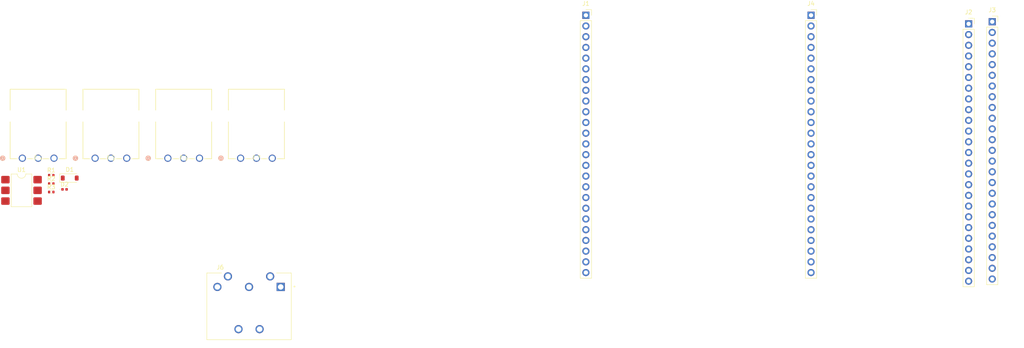
<source format=kicad_pcb>
(kicad_pcb (version 20241229) (generator "pcbnew") (generator_version "9.0")
  (layers (0 "F.Cu" signal) (2 "B.Cu" signal) (13 "F.Paste" user) (15 "B.Paste" user) (5 "F.SilkS" user "F.Silkscreen") (7 "B.SilkS" user "B.Silkscreen") (1 "F.Mask" user) (3 "B.Mask" user) (25 "Edge.Cuts" user))
  (net 0 "")
  (net 1 "PE13")
  (net 2 "PE7")
  (net 3 "GND")
  (net 4 "Net-(D1-K)")
  (net 5 "PD11")
  (net 6 "PE9")
  (net 7 "PA5")
  (net 8 "PE11")
  (net 9 "PC3")
  (net 10 "PA7")
  (net 11 "PD9")
  (net 12 "PE15")
  (net 13 "Net-(D1-A)")
  (net 14 "PB13")
  (net 15 "PD15")
  (net 16 "PD13")
  (net 17 "Net-(D2-A)")
  (net 18 "PB11")
  (net 19 "MIDI_RX")
  (net 20 "ADC1_IN15")
  (net 21 "PB15")
  (net 22 "ADC1_IN11")
  (net 73 "PC13")
  (net 74 "PA15")
  (net 75 "PH1")
  (net 76 "PB7")
  (net 77 "PA13")
  (net 78 "ADC1_IN9")
  (net 79 "PA9")
  (net 80 "+3V")
  (net 81 "PD2")
  (net 82 "PC15")
  (net 83 "+5V")
  (net 84 "PE3")
  (net 85 "PC11")
  (net 86 "PB5")
  (net 87 "PB9")
  (net 88 "PC9")
  (net 89 "PE5")
  (net 90 "PD4")
  (net 91 "PB3")
  (net 92 "PC7")
  (net 93 "PE1")
  (net 94 "PD0")
  (net 95 "VDD")
  (net 96 "ADC1_IN1")
  (net 97 "ADC1_IN3")
  (net 98 "Net-(J6-Pad4)")
  (footprint "Resistor_SMD:R_0402_1005Metric" (layer "F.Cu") (at 51.1437 82.5096)
    (property "Reference" "R3" (at 0 -1.17 0) (layer "F.SilkS"))
    (property "Value" "1200")
    (fp_line (start -0.153641 -0.38) (end 0.153641 -0.38) (stroke (width 0.12)) (layer "F.SilkS"))
    (fp_line (start -0.153641 0.38) (end 0.153641 0.38) (stroke (width 0.12)) (layer "F.SilkS"))
    (pad "1" smd roundrect (at -0.51 0) (size 0.54 0.64) (layers "F.Cu" "F.Mask" "F.Paste") (net 17 "Net-(D2-A)"))
    (pad "2" smd roundrect (at 0.51 0) (size 0.54 0.64) (layers "F.Cu" "F.Mask" "F.Paste") (net 80 "+3V"))
  )
  (footprint "LED_SMD:LED_0402_1005Metric" (layer "F.Cu") (at 54.2887 81.8796)
    (property "Reference" "D2" (at 0 -1.17 0) (layer "F.SilkS"))
    (property "Value" "RED LED")
    (fp_circle (center -1.09 0) (end -1.04 0) (stroke (width 0.1)) (fill no) (layer "F.SilkS"))
    (pad "1" smd roundrect (at -0.485 0) (size 0.59 0.64) (layers "F.Cu" "F.Mask" "F.Paste") (net 19 "MIDI_RX"))
    (pad "2" smd roundrect (at 0.485 0) (size 0.59 0.64) (layers "F.Cu" "F.Mask" "F.Paste") (net 17 "Net-(D2-A)"))
  )
  (footprint "Potentiometer_THT_BA:POT_P120PK-x25_TTE" (layer "F.Cu") (at 96 74.5)
    (property "Reference" "R7" (at 3.75 0 0) (layer "F.SilkS"))
    (property "Value" "P120PK-Y25BR10K")
    (fp_line (start -2.8794 -16.3322) (end -2.8794 -11.393768) (stroke (width 0.1524)) (layer "F.SilkS"))
    (fp_line (start -2.8794 -8.606233) (end -2.8794 0.127) (stroke (width 0.1524)) (layer "F.SilkS"))
    (fp_line (start -2.8794 0.127) (end -1.176807 0.127) (stroke (width 0.1524)) (layer "F.SilkS"))
    (fp_line (start 1.176807 0.127) (end 2.573193 0.127) (stroke (width 0.1524)) (layer "F.SilkS"))
    (fp_line (start 4.926807 0.127) (end 6.323193 0.127) (stroke (width 0.1524)) (layer "F.SilkS"))
    (fp_line (start 8.676807 0.127) (end 10.3794 0.127) (stroke (width 0.1524)) (layer "F.SilkS"))
    (fp_line (start 10.3794 -16.3322) (end -2.8794 -16.3322) (stroke (width 0.1524)) (layer "F.SilkS"))
    (fp_line (start 10.3794 -11.393768) (end 10.3794 -16.3322) (stroke (width 0.1524)) (layer "F.SilkS"))
    (fp_line (start 10.3794 0.127) (end 10.3794 -8.606233) (stroke (width 0.1524)) (layer "F.SilkS"))
    (fp_circle (center -4.6574 0) (end -4.2764 0) (stroke (width 0.508)) (fill no) (layer "F.SilkS"))
    (fp_circle (center -4.6574 0) (end -4.2764 0) (stroke (width 0.508)) (fill no) (layer "B.SilkS"))
    (pad "" np_thru_hole circle (at -1.45 -10) (size 3.3274 3.3274) (drill 3.3274) (layers "*.Cu" "*.Mask"))
    (pad "" np_thru_hole circle (at 8.95 -10) (size 3.3274 3.3274) (drill 3.3274) (layers "*.Cu" "*.Mask"))
    (pad "1" thru_hole circle (at 0 0) (size 1.7018 1.7018) (drill 1.1938) (layers "*.Cu" "*.Mask") (net 3 "GND"))
    (pad "2" thru_hole circle (at 3.75 0) (size 1.7018 1.7018) (drill 1.1938) (layers "*.Cu" "*.Mask") (net 78 "ADC1_IN9"))
    (pad "3" thru_hole circle (at 7.5 0) (size 1.7018 1.7018) (drill 1.1938) (layers "*.Cu" "*.Mask") (net 80 "+3V"))
  )
  (footprint "Package_DIP:SMDIP-6_W7.62mm" (layer "F.Cu") (at 44.0937 82.1196)
    (property "Reference" "U1" (at 0 -4.87 0) (layer "F.SilkS"))
    (property "Value" "H11L1")
    (fp_line (start -2.45 -3.87) (end -2.45 3.87) (stroke (width 0.12)) (layer "F.SilkS"))
    (fp_line (start -2.45 3.87) (end 2.45 3.87) (stroke (width 0.12)) (layer "F.SilkS"))
    (fp_line (start -1 -3.87) (end -2.45 -3.87) (stroke (width 0.12)) (layer "F.SilkS"))
    (fp_line (start 2.45 -3.87) (end 1 -3.87) (stroke (width 0.12)) (layer "F.SilkS"))
    (fp_line (start 2.45 3.87) (end 2.45 -3.87) (stroke (width 0.12)) (layer "F.SilkS"))
    (fp_arc (start 1 -3.87) (mid 0 -2.87) (end -1 -3.87) (stroke (width 0.12)) (layer "F.SilkS"))
    (pad "1" smd roundrect (at -3.81 -2.54) (size 2 1.78) (layers "F.Cu" "F.Mask" "F.Paste") (roundrect_rratio 0.140449) (net 4 "Net-(D1-K)"))
    (pad "2" smd roundrect (at -3.81 0) (size 2 1.78) (layers "F.Cu" "F.Mask" "F.Paste") (roundrect_rratio 0.140449) (net 13 "Net-(D1-A)"))
    (pad "3" smd roundrect (at -3.81 2.54) (size 2 1.78) (layers "F.Cu" "F.Mask" "F.Paste") (roundrect_rratio 0.140449))
    (pad "4" smd roundrect (at 3.81 2.54) (size 2 1.78) (layers "F.Cu" "F.Mask" "F.Paste") (roundrect_rratio 0.140449) (net 19 "MIDI_RX"))
    (pad "5" smd roundrect (at 3.81 0) (size 2 1.78) (layers "F.Cu" "F.Mask" "F.Paste") (roundrect_rratio 0.140449) (net 3 "GND"))
    (pad "6" smd roundrect (at 3.81 -2.54) (size 2 1.78) (layers "F.Cu" "F.Mask" "F.Paste") (roundrect_rratio 0.140449) (net 80 "+3V"))
  )
  (footprint "Connector_PinSocket_2.54mm:PinSocket_1x25_P2.54mm_Vertical" (layer "F.Cu") (at 268.478 42.672)
    (property "Reference" "J2" (at 0 -2.77 0) (layer "F.SilkS"))
    (property "Value" "Conn_01x25_Socket")
    (fp_line (start -1.33 1.27) (end -1.33 62.29) (stroke (width 0.12)) (layer "F.SilkS"))
    (fp_line (start -1.33 1.27) (end 1.33 1.27) (stroke (width 0.12)) (layer "F.SilkS"))
    (fp_line (start -1.33 62.29) (end 1.33 62.29) (stroke (width 0.12)) (layer "F.SilkS"))
    (fp_line (start 0 -1.33) (end 1.33 -1.33) (stroke (width 0.12)) (layer "F.SilkS"))
    (fp_line (start 1.33 -1.33) (end 1.33 0) (stroke (width 0.12)) (layer "F.SilkS"))
    (fp_line (start 1.33 1.27) (end 1.33 62.29) (stroke (width 0.12)) (layer "F.SilkS"))
    (pad "1" thru_hole rect (at 0 0) (size 1.7 1.7) (drill 1) (layers "*.Cu" "*.Mask"))
    (pad "2" thru_hole circle (at 0 2.54) (size 1.7 1.7) (drill 1) (layers "*.Cu" "*.Mask"))
    (pad "3" thru_hole circle (at 0 5.08) (size 1.7 1.7) (drill 1) (layers "*.Cu" "*.Mask"))
    (pad "4" thru_hole circle (at 0 7.62) (size 1.7 1.7) (drill 1) (layers "*.Cu" "*.Mask"))
    (pad "5" thru_hole circle (at 0 10.16) (size 1.7 1.7) (drill 1) (layers "*.Cu" "*.Mask"))
    (pad "6" thru_hole circle (at 0 12.7) (size 1.7 1.7) (drill 1) (layers "*.Cu" "*.Mask"))
    (pad "7" thru_hole circle (at 0 15.24) (size 1.7 1.7) (drill 1) (layers "*.Cu" "*.Mask"))
    (pad "8" thru_hole circle (at 0 17.78) (size 1.7 1.7) (drill 1) (layers "*.Cu" "*.Mask"))
    (pad "9" thru_hole circle (at 0 20.32) (size 1.7 1.7) (drill 1) (layers "*.Cu" "*.Mask"))
    (pad "10" thru_hole circle (at 0 22.86) (size 1.7 1.7) (drill 1) (layers "*.Cu" "*.Mask"))
    (pad "11" thru_hole circle (at 0 25.4) (size 1.7 1.7) (drill 1) (layers "*.Cu" "*.Mask"))
    (pad "12" thru_hole circle (at 0 27.94) (size 1.7 1.7) (drill 1) (layers "*.Cu" "*.Mask"))
    (pad "13" thru_hole circle (at 0 30.48) (size 1.7 1.7) (drill 1) (layers "*.Cu" "*.Mask"))
    (pad "14" thru_hole circle (at 0 33.02) (size 1.7 1.7) (drill 1) (layers "*.Cu" "*.Mask"))
    (pad "15" thru_hole circle (at 0 35.56) (size 1.7 1.7) (drill 1) (layers "*.Cu" "*.Mask"))
    (pad "16" thru_hole circle (at 0 38.1) (size 1.7 1.7) (drill 1) (layers "*.Cu" "*.Mask"))
    (pad "17" thru_hole circle (at 0 40.64) (size 1.7 1.7) (drill 1) (layers "*.Cu" "*.Mask"))
    (pad "18" thru_hole circle (at 0 43.18) (size 1.7 1.7) (drill 1) (layers "*.Cu" "*.Mask"))
    (pad "19" thru_hole circle (at 0 45.72) (size 1.7 1.7) (drill 1) (layers "*.Cu" "*.Mask"))
    (pad "20" thru_hole circle (at 0 48.26) (size 1.7 1.7) (drill 1) (layers "*.Cu" "*.Mask"))
    (pad "21" thru_hole circle (at 0 50.8) (size 1.7 1.7) (drill 1) (layers "*.Cu" "*.Mask"))
    (pad "22" thru_hole circle (at 0 53.34) (size 1.7 1.7) (drill 1) (layers "*.Cu" "*.Mask"))
    (pad "23" thru_hole circle (at 0 55.88) (size 1.7 1.7) (drill 1) (layers "*.Cu" "*.Mask"))
    (pad "24" thru_hole circle (at 0 58.42) (size 1.7 1.7) (drill 1) (layers "*.Cu" "*.Mask"))
    (pad "25" thru_hole circle (at 0 60.96) (size 1.7 1.7) (drill 1) (layers "*.Cu" "*.Mask"))
  )
  (footprint "Resistor_SMD:R_0402_1005Metric" (layer "F.Cu") (at 51.1437 78.5296)
    (property "Reference" "R1" (at 0 -1.17 0) (layer "F.SilkS"))
    (property "Value" "220")
    (fp_line (start -0.153641 -0.38) (end 0.153641 -0.38) (stroke (width 0.12)) (layer "F.SilkS"))
    (fp_line (start -0.153641 0.38) (end 0.153641 0.38) (stroke (width 0.12)) (layer "F.SilkS"))
    (pad "1" smd roundrect (at -0.51 0) (size 0.54 0.64) (layers "F.Cu" "F.Mask" "F.Paste") (net 98 "Net-(J6-Pad4)"))
    (pad "2" smd roundrect (at 0.51 0) (size 0.54 0.64) (layers "F.Cu" "F.Mask" "F.Paste") (net 4 "Net-(D1-K)"))
  )
  (footprint "Potentiometer_THT_BA:POT_P120PK-x25_TTE" (layer "F.Cu") (at 44.2911 74.5)
    (property "Reference" "R4" (at 3.75 0 0) (layer "F.SilkS"))
    (property "Value" "P120PK-Y25BR10K")
    (fp_line (start -2.8794 -16.3322) (end -2.8794 -11.393768) (stroke (width 0.1524)) (layer "F.SilkS"))
    (fp_line (start -2.8794 -8.606233) (end -2.8794 0.127) (stroke (width 0.1524)) (layer "F.SilkS"))
    (fp_line (start -2.8794 0.127) (end -1.176807 0.127) (stroke (width 0.1524)) (layer "F.SilkS"))
    (fp_line (start 1.176807 0.127) (end 2.573193 0.127) (stroke (width 0.1524)) (layer "F.SilkS"))
    (fp_line (start 4.926807 0.127) (end 6.323193 0.127) (stroke (width 0.1524)) (layer "F.SilkS"))
    (fp_line (start 8.676807 0.127) (end 10.3794 0.127) (stroke (width 0.1524)) (layer "F.SilkS"))
    (fp_line (start 10.3794 -16.3322) (end -2.8794 -16.3322) (stroke (width 0.1524)) (layer "F.SilkS"))
    (fp_line (start 10.3794 -11.393768) (end 10.3794 -16.3322) (stroke (width 0.1524)) (layer "F.SilkS"))
    (fp_line (start 10.3794 0.127) (end 10.3794 -8.606233) (stroke (width 0.1524)) (layer "F.SilkS"))
    (fp_circle (center -4.6574 0) (end -4.2764 0) (stroke (width 0.508)) (fill no) (layer "F.SilkS"))
    (fp_circle (center -4.6574 0) (end -4.2764 0) (stroke (width 0.508)) (fill no) (layer "B.SilkS"))
    (pad "" np_thru_hole circle (at -1.45 -10) (size 3.3274 3.3274) (drill 3.3274) (layers "*.Cu" "*.Mask"))
    (pad "" np_thru_hole circle (at 8.95 -10) (size 3.3274 3.3274) (drill 3.3274) (layers "*.Cu" "*.Mask"))
    (pad "1" thru_hole circle (at 0 0) (size 1.7018 1.7018) (drill 1.1938) (layers "*.Cu" "*.Mask") (net 3 "GND"))
    (pad "2" thru_hole circle (at 3.75 0) (size 1.7018 1.7018) (drill 1.1938) (layers "*.Cu" "*.Mask") (net 22 "ADC1_IN11"))
    (pad "3" thru_hole circle (at 7.5 0) (size 1.7018 1.7018) (drill 1.1938) (layers "*.Cu" "*.Mask") (net 80 "+3V"))
  )
  (footprint "Potentiometer_THT_BA:POT_P120PK-x25_TTE" (layer "F.Cu") (at 78.7637 74.5)
    (property "Reference" "R6" (at 3.75 0 0) (layer "F.SilkS"))
    (property "Value" "P120PK-Y25BR10K")
    (fp_line (start -2.8794 -16.3322) (end -2.8794 -11.393768) (stroke (width 0.1524)) (layer "F.SilkS"))
    (fp_line (start -2.8794 -8.606233) (end -2.8794 0.127) (stroke (width 0.1524)) (layer "F.SilkS"))
    (fp_line (start -2.8794 0.127) (end -1.176807 0.127) (stroke (width 0.1524)) (layer "F.SilkS"))
    (fp_line (start 1.176807 0.127) (end 2.573193 0.127) (stroke (width 0.1524)) (layer "F.SilkS"))
    (fp_line (start 4.926807 0.127) (end 6.323193 0.127) (stroke (width 0.1524)) (layer "F.SilkS"))
    (fp_line (start 8.676807 0.127) (end 10.3794 0.127) (stroke (width 0.1524)) (layer "F.SilkS"))
    (fp_line (start 10.3794 -16.3322) (end -2.8794 -16.3322) (stroke (width 0.1524)) (layer "F.SilkS"))
    (fp_line (start 10.3794 -11.393768) (end 10.3794 -16.3322) (stroke (width 0.1524)) (layer "F.SilkS"))
    (fp_line (start 10.3794 0.127) (end 10.3794 -8.606233) (stroke (width 0.1524)) (layer "F.SilkS"))
    (fp_circle (center -4.6574 0) (end -4.2764 0) (stroke (width 0.508)) (fill no) (layer "F.SilkS"))
    (fp_circle (center -4.6574 0) (end -4.2764 0) (stroke (width 0.508)) (fill no) (layer "B.SilkS"))
    (pad "" np_thru_hole circle (at -1.45 -10) (size 3.3274 3.3274) (drill 3.3274) (layers "*.Cu" "*.Mask"))
    (pad "" np_thru_hole circle (at 8.95 -10) (size 3.3274 3.3274) (drill 3.3274) (layers "*.Cu" "*.Mask"))
    (pad "1" thru_hole circle (at 0 0) (size 1.7018 1.7018) (drill 1.1938) (layers "*.Cu" "*.Mask") (net 3 "GND"))
    (pad "2" thru_hole circle (at 3.75 0) (size 1.7018 1.7018) (drill 1.1938) (layers "*.Cu" "*.Mask") (net 97 "ADC1_IN3"))
    (pad "3" thru_hole circle (at 7.5 0) (size 1.7018 1.7018) (drill 1.1938) (layers "*.Cu" "*.Mask") (net 80 "+3V"))
  )
  (footprint "Resistor_SMD:R_0402_1005Metric" (layer "F.Cu") (at 51.1437 80.5196)
    (property "Reference" "R2" (at 0 -1.17 0) (layer "F.SilkS"))
    (property "Value" "470")
    (fp_line (start -0.153641 -0.38) (end 0.153641 -0.38) (stroke (width 0.12)) (layer "F.SilkS"))
    (fp_line (start -0.153641 0.38) (end 0.153641 0.38) (stroke (width 0.12)) (layer "F.SilkS"))
    (pad "1" smd roundrect (at -0.51 0) (size 0.54 0.64) (layers "F.Cu" "F.Mask" "F.Paste") (net 19 "MIDI_RX"))
    (pad "2" smd roundrect (at 0.51 0) (size 0.54 0.64) (layers "F.Cu" "F.Mask" "F.Paste") (net 80 "+3V"))
  )
  (footprint "Diode_SMD:D_SOD-123" (layer "F.Cu") (at 55.5187 79.2096)
    (property "Reference" "D1" (at 0 -2 0) (layer "F.SilkS"))
    (property "Value" "1N4148W")
    (fp_line (start -2.36 -1) (end -2.36 1) (stroke (width 0.12)) (layer "F.SilkS"))
    (fp_line (start -2.36 -1) (end 1.65 -1) (stroke (width 0.12)) (layer "F.SilkS"))
    (fp_line (start -2.36 1) (end 1.65 1) (stroke (width 0.12)) (layer "F.SilkS"))
    (pad "1" smd roundrect (at -1.65 0) (size 0.9 1.2) (layers "F.Cu" "F.Mask" "F.Paste") (net 4 "Net-(D1-K)"))
    (pad "2" smd roundrect (at 1.65 0) (size 0.9 1.2) (layers "F.Cu" "F.Mask" "F.Paste") (net 13 "Net-(D1-A)"))
  )
  (footprint "Connector_PinSocket_2.54mm:PinSocket_1x25_P2.54mm_Vertical" (layer "F.Cu") (at 231.14 40.64)
    (property "Reference" "J4" (at 0 -2.77 0) (layer "F.SilkS"))
    (property "Value" "Conn_01x25_Socket")
    (fp_line (start -1.33 1.27) (end -1.33 62.29) (stroke (width 0.12)) (layer "F.SilkS"))
    (fp_line (start -1.33 1.27) (end 1.33 1.27) (stroke (width 0.12)) (layer "F.SilkS"))
    (fp_line (start -1.33 62.29) (end 1.33 62.29) (stroke (width 0.12)) (layer "F.SilkS"))
    (fp_line (start 0 -1.33) (end 1.33 -1.33) (stroke (width 0.12)) (layer "F.SilkS"))
    (fp_line (start 1.33 -1.33) (end 1.33 0) (stroke (width 0.12)) (layer "F.SilkS"))
    (fp_line (start 1.33 1.27) (end 1.33 62.29) (stroke (width 0.12)) (layer "F.SilkS"))
    (pad "1" thru_hole rect (at 0 0) (size 1.7 1.7) (drill 1) (layers "*.Cu" "*.Mask") (net 3 "GND"))
    (pad "2" thru_hole circle (at 0 2.54) (size 1.7 1.7) (drill 1) (layers "*.Cu" "*.Mask") (net 83 "+5V"))
    (pad "3" thru_hole circle (at 0 5.08) (size 1.7 1.7) (drill 1) (layers "*.Cu" "*.Mask") (net 80 "+3V"))
    (pad "4" thru_hole circle (at 0 7.62) (size 1.7 1.7) (drill 1) (layers "*.Cu" "*.Mask") (net 75 "PH1"))
    (pad "5" thru_hole circle (at 0 10.16) (size 1.7 1.7) (drill 1) (layers "*.Cu" "*.Mask") (net 82 "PC15"))
    (pad "6" thru_hole circle (at 0 12.7) (size 1.7 1.7) (drill 1) (layers "*.Cu" "*.Mask") (net 73 "PC13"))
    (pad "7" thru_hole circle (at 0 15.24) (size 1.7 1.7) (drill 1) (layers "*.Cu" "*.Mask") (net 89 "PE5"))
    (pad "8" thru_hole circle (at 0 17.78) (size 1.7 1.7) (drill 1) (layers "*.Cu" "*.Mask") (net 84 "PE3"))
    (pad "9" thru_hole circle (at 0 20.32) (size 1.7 1.7) (drill 1) (layers "*.Cu" "*.Mask") (net 93 "PE1"))
    (pad "10" thru_hole circle (at 0 22.86) (size 1.7 1.7) (drill 1) (layers "*.Cu" "*.Mask") (net 87 "PB9"))
    (pad "11" thru_hole circle (at 0 25.4) (size 1.7 1.7) (drill 1) (layers "*.Cu" "*.Mask") (net 95 "VDD"))
    (pad "12" thru_hole circle (at 0 27.94) (size 1.7 1.7) (drill 1) (layers "*.Cu" "*.Mask") (net 76 "PB7"))
    (pad "13" thru_hole circle (at 0 30.48) (size 1.7 1.7) (drill 1) (layers "*.Cu" "*.Mask") (net 86 "PB5"))
    (pad "14" thru_hole circle (at 0 33.02) (size 1.7 1.7) (drill 1) (layers "*.Cu" "*.Mask") (net 91 "PB3"))
    (pad "15" thru_hole circle (at 0 35.56) (size 1.7 1.7) (drill 1) (layers "*.Cu" "*.Mask") (net 19 "MIDI_RX"))
    (pad "16" thru_hole circle (at 0 38.1) (size 1.7 1.7) (drill 1) (layers "*.Cu" "*.Mask") (net 90 "PD4"))
    (pad "17" thru_hole circle (at 0 40.64) (size 1.7 1.7) (drill 1) (layers "*.Cu" "*.Mask") (net 81 "PD2"))
    (pad "18" thru_hole circle (at 0 43.18) (size 1.7 1.7) (drill 1) (layers "*.Cu" "*.Mask") (net 94 "PD0"))
    (pad "19" thru_hole circle (at 0 45.72) (size 1.7 1.7) (drill 1) (layers "*.Cu" "*.Mask") (net 85 "PC11"))
    (pad "20" thru_hole circle (at 0 48.26) (size 1.7 1.7) (drill 1) (layers "*.Cu" "*.Mask") (net 74 "PA15"))
    (pad "21" thru_hole circle (at 0 50.8) (size 1.7 1.7) (drill 1) (layers "*.Cu" "*.Mask") (net 77 "PA13"))
    (pad "22" thru_hole circle (at 0 53.34) (size 1.7 1.7) (drill 1) (layers "*.Cu" "*.Mask") (net 79 "PA9"))
    (pad "23" thru_hole circle (at 0 55.88) (size 1.7 1.7) (drill 1) (layers "*.Cu" "*.Mask") (net 88 "PC9"))
    (pad "24" thru_hole circle (at 0 58.42) (size 1.7 1.7) (drill 1) (layers "*.Cu" "*.Mask") (net 92 "PC7"))
    (pad "25" thru_hole circle (at 0 60.96) (size 1.7 1.7) (drill 1) (layers "*.Cu" "*.Mask") (net 3 "GND"))
  )
  (footprint "Connector_PinSocket_2.54mm:PinSocket_1x25_P2.54mm_Vertical" (layer "F.Cu") (at 177.8 40.64)
    (property "Reference" "J1" (at 0 -2.77 0) (layer "F.SilkS"))
    (property "Value" "Conn_01x25_Socket")
    (fp_line (start -1.33 1.27) (end -1.33 62.29) (stroke (width 0.12)) (layer "F.SilkS"))
    (fp_line (start -1.33 1.27) (end 1.33 1.27) (stroke (width 0.12)) (layer "F.SilkS"))
    (fp_line (start -1.33 62.29) (end 1.33 62.29) (stroke (width 0.12)) (layer "F.SilkS"))
    (fp_line (start 0 -1.33) (end 1.33 -1.33) (stroke (width 0.12)) (layer "F.SilkS"))
    (fp_line (start 1.33 -1.33) (end 1.33 0) (stroke (width 0.12)) (layer "F.SilkS"))
    (fp_line (start 1.33 1.27) (end 1.33 62.29) (stroke (width 0.12)) (layer "F.SilkS"))
    (pad "1" thru_hole rect (at 0 0) (size 1.7 1.7) (drill 1) (layers "*.Cu" "*.Mask") (net 3 "GND"))
    (pad "2" thru_hole circle (at 0 2.54) (size 1.7 1.7) (drill 1) (layers "*.Cu" "*.Mask") (net 95 "VDD"))
    (pad "3" thru_hole circle (at 0 5.08) (size 1.7 1.7) (drill 1) (layers "*.Cu" "*.Mask") (net 3 "GND"))
    (pad "4" thru_hole circle (at 0 7.62) (size 1.7 1.7) (drill 1) (layers "*.Cu" "*.Mask") (net 22 "ADC1_IN11"))
    (pad "5" thru_hole circle (at 0 10.16) (size 1.7 1.7) (drill 1) (layers "*.Cu" "*.Mask") (net 9 "PC3"))
    (pad "6" thru_hole circle (at 0 12.7) (size 1.7 1.7) (drill 1) (layers "*.Cu" "*.Mask") (net 96 "ADC1_IN1"))
    (pad "7" thru_hole circle (at 0 15.24) (size 1.7 1.7) (drill 1) (layers "*.Cu" "*.Mask") (net 97 "ADC1_IN3"))
    (pad "8" thru_hole circle (at 0 17.78) (size 1.7 1.7) (drill 1) (layers "*.Cu" "*.Mask") (net 7 "PA5"))
    (pad "9" thru_hole circle (at 0 20.32) (size 1.7 1.7) (drill 1) (layers "*.Cu" "*.Mask") (net 10 "PA7"))
    (pad "10" thru_hole circle (at 0 22.86) (size 1.7 1.7) (drill 1) (layers "*.Cu" "*.Mask") (net 20 "ADC1_IN15"))
    (pad "11" thru_hole circle (at 0 25.4) (size 1.7 1.7) (drill 1) (layers "*.Cu" "*.Mask") (net 78 "ADC1_IN9"))
    (pad "12" thru_hole circle (at 0 27.94) (size 1.7 1.7) (drill 1) (layers "*.Cu" "*.Mask") (net 3 "GND"))
    (pad "13" thru_hole circle (at 0 30.48) (size 1.7 1.7) (drill 1) (layers "*.Cu" "*.Mask") (net 2 "PE7"))
    (pad "14" thru_hole circle (at 0 33.02) (size 1.7 1.7) (drill 1) (layers "*.Cu" "*.Mask") (net 6 "PE9"))
    (pad "15" thru_hole circle (at 0 35.56) (size 1.7 1.7) (drill 1) (layers "*.Cu" "*.Mask") (net 8 "PE11"))
    (pad "16" thru_hole circle (at 0 38.1) (size 1.7 1.7) (drill 1) (layers "*.Cu" "*.Mask") (net 1 "PE13"))
    (pad "17" thru_hole circle (at 0 40.64) (size 1.7 1.7) (drill 1) (layers "*.Cu" "*.Mask") (net 12 "PE15"))
    (pad "18" thru_hole circle (at 0 43.18) (size 1.7 1.7) (drill 1) (layers "*.Cu" "*.Mask") (net 18 "PB11"))
    (pad "19" thru_hole circle (at 0 45.72) (size 1.7 1.7) (drill 1) (layers "*.Cu" "*.Mask") (net 14 "PB13"))
    (pad "20" thru_hole circle (at 0 48.26) (size 1.7 1.7) (drill 1) (layers "*.Cu" "*.Mask") (net 21 "PB15"))
    (pad "21" thru_hole circle (at 0 50.8) (size 1.7 1.7) (drill 1) (layers "*.Cu" "*.Mask") (net 11 "PD9"))
    (pad "22" thru_hole circle (at 0 53.34) (size 1.7 1.7) (drill 1) (layers "*.Cu" "*.Mask") (net 5 "PD11"))
    (pad "23" thru_hole circle (at 0 55.88) (size 1.7 1.7) (drill 1) (layers "*.Cu" "*.Mask") (net 16 "PD13"))
    (pad "24" thru_hole circle (at 0 58.42) (size 1.7 1.7) (drill 1) (layers "*.Cu" "*.Mask") (net 15 "PD15"))
    (pad "25" thru_hole circle (at 0 60.96) (size 1.7 1.7) (drill 1) (layers "*.Cu" "*.Mask") (net 3 "GND"))
  )
  (footprint "Connector_PinSocket_2.54mm:PinSocket_1x25_P2.54mm_Vertical" (layer "F.Cu") (at 274.066 42.164)
    (property "Reference" "J3" (at 0 -2.77 0) (layer "F.SilkS"))
    (property "Value" "Conn_01x25_Socket")
    (fp_line (start -1.33 1.27) (end -1.33 62.29) (stroke (width 0.12)) (layer "F.SilkS"))
    (fp_line (start -1.33 1.27) (end 1.33 1.27) (stroke (width 0.12)) (layer "F.SilkS"))
    (fp_line (start -1.33 62.29) (end 1.33 62.29) (stroke (width 0.12)) (layer "F.SilkS"))
    (fp_line (start 0 -1.33) (end 1.33 -1.33) (stroke (width 0.12)) (layer "F.SilkS"))
    (fp_line (start 1.33 -1.33) (end 1.33 0) (stroke (width 0.12)) (layer "F.SilkS"))
    (fp_line (start 1.33 1.27) (end 1.33 62.29) (stroke (width 0.12)) (layer "F.SilkS"))
    (pad "1" thru_hole rect (at 0 0) (size 1.7 1.7) (drill 1) (layers "*.Cu" "*.Mask"))
    (pad "2" thru_hole circle (at 0 2.54) (size 1.7 1.7) (drill 1) (layers "*.Cu" "*.Mask"))
    (pad "3" thru_hole circle (at 0 5.08) (size 1.7 1.7) (drill 1) (layers "*.Cu" "*.Mask"))
    (pad "4" thru_hole circle (at 0 7.62) (size 1.7 1.7) (drill 1) (layers "*.Cu" "*.Mask"))
    (pad "5" thru_hole circle (at 0 10.16) (size 1.7 1.7) (drill 1) (layers "*.Cu" "*.Mask"))
    (pad "6" thru_hole circle (at 0 12.7) (size 1.7 1.7) (drill 1) (layers "*.Cu" "*.Mask"))
    (pad "7" thru_hole circle (at 0 15.24) (size 1.7 1.7) (drill 1) (layers "*.Cu" "*.Mask"))
    (pad "8" thru_hole circle (at 0 17.78) (size 1.7 1.7) (drill 1) (layers "*.Cu" "*.Mask"))
    (pad "9" thru_hole circle (at 0 20.32) (size 1.7 1.7) (drill 1) (layers "*.Cu" "*.Mask"))
    (pad "10" thru_hole circle (at 0 22.86) (size 1.7 1.7) (drill 1) (layers "*.Cu" "*.Mask"))
    (pad "11" thru_hole circle (at 0 25.4) (size 1.7 1.7) (drill 1) (layers "*.Cu" "*.Mask"))
    (pad "12" thru_hole circle (at 0 27.94) (size 1.7 1.7) (drill 1) (layers "*.Cu" "*.Mask"))
    (pad "13" thru_hole circle (at 0 30.48) (size 1.7 1.7) (drill 1) (layers "*.Cu" "*.Mask"))
    (pad "14" thru_hole circle (at 0 33.02) (size 1.7 1.7) (drill 1) (layers "*.Cu" "*.Mask"))
    (pad "15" thru_hole circle (at 0 35.56) (size 1.7 1.7) (drill 1) (layers "*.Cu" "*.Mask"))
    (pad "16" thru_hole circle (at 0 38.1) (size 1.7 1.7) (drill 1) (layers "*.Cu" "*.Mask"))
    (pad "17" thru_hole circle (at 0 40.64) (size 1.7 1.7) (drill 1) (layers "*.Cu" "*.Mask"))
    (pad "18" thru_hole circle (at 0 43.18) (size 1.7 1.7) (drill 1) (layers "*.Cu" "*.Mask"))
    (pad "19" thru_hole circle (at 0 45.72) (size 1.7 1.7) (drill 1) (layers "*.Cu" "*.Mask"))
    (pad "20" thru_hole circle (at 0 48.26) (size 1.7 1.7) (drill 1) (layers "*.Cu" "*.Mask"))
    (pad "21" thru_hole circle (at 0 50.8) (size 1.7 1.7) (drill 1) (layers "*.Cu" "*.Mask"))
    (pad "22" thru_hole circle (at 0 53.34) (size 1.7 1.7) (drill 1) (layers "*.Cu" "*.Mask"))
    (pad "23" thru_hole circle (at 0 55.88) (size 1.7 1.7) (drill 1) (layers "*.Cu" "*.Mask"))
    (pad "24" thru_hole circle (at 0 58.42) (size 1.7 1.7) (drill 1) (layers "*.Cu" "*.Mask"))
    (pad "25" thru_hole circle (at 0 60.96) (size 1.7 1.7) (drill 1) (layers "*.Cu" "*.Mask"))
  )
  (footprint "Potentiometer_THT_BA:POT_P120PK-x25_TTE" (layer "F.Cu") (at 61.5274 74.5)
    (property "Reference" "R5" (at 3.75 0 0) (layer "F.SilkS"))
    (property "Value" "P120PK-Y25BR10K")
    (fp_line (start -2.8794 -16.3322) (end -2.8794 -11.393768) (stroke (width 0.1524)) (layer "F.SilkS"))
    (fp_line (start -2.8794 -8.606233) (end -2.8794 0.127) (stroke (width 0.1524)) (layer "F.SilkS"))
    (fp_line (start -2.8794 0.127) (end -1.176807 0.127) (stroke (width 0.1524)) (layer "F.SilkS"))
    (fp_line (start 1.176807 0.127) (end 2.573193 0.127) (stroke (width 0.1524)) (layer "F.SilkS"))
    (fp_line (start 4.926807 0.127) (end 6.323193 0.127) (stroke (width 0.1524)) (layer "F.SilkS"))
    (fp_line (start 8.676807 0.127) (end 10.3794 0.127) (stroke (width 0.1524)) (layer "F.SilkS"))
    (fp_line (start 10.3794 -16.3322) (end -2.8794 -16.3322) (stroke (width 0.1524)) (layer "F.SilkS"))
    (fp_line (start 10.3794 -11.393768) (end 10.3794 -16.3322) (stroke (width 0.1524)) (layer "F.SilkS"))
    (fp_line (start 10.3794 0.127) (end 10.3794 -8.606233) (stroke (width 0.1524)) (layer "F.SilkS"))
    (fp_circle (center -4.6574 0) (end -4.2764 0) (stroke (width 0.508)) (fill no) (layer "F.SilkS"))
    (fp_circle (center -4.6574 0) (end -4.2764 0) (stroke (width 0.508)) (fill no) (layer "B.SilkS"))
    (pad "" np_thru_hole circle (at -1.45 -10) (size 3.3274 3.3274) (drill 3.3274) (layers "*.Cu" "*.Mask"))
    (pad "" np_thru_hole circle (at 8.95 -10) (size 3.3274 3.3274) (drill 3.3274) (layers "*.Cu" "*.Mask"))
    (pad "1" thru_hole circle (at 0 0) (size 1.7018 1.7018) (drill 1.1938) (layers "*.Cu" "*.Mask") (net 3 "GND"))
    (pad "2" thru_hole circle (at 3.75 0) (size 1.7018 1.7018) (drill 1.1938) (layers "*.Cu" "*.Mask") (net 96 "ADC1_IN1"))
    (pad "3" thru_hole circle (at 7.5 0) (size 1.7018 1.7018) (drill 1.1938) (layers "*.Cu" "*.Mask") (net 80 "+3V"))
  )
  (footprint "Connector_BA:CUI_SDS-50J" (layer "F.Cu") (at 98 110)
    (property "Reference" "J6" (at -6.825 -9.635 0) (layer "F.SilkS"))
    (property "Value" "DIN-5_180degree")
    (fp_line (start -10 -8.3) (end -6.5 -8.3) (stroke (width 0.127)) (layer "F.SilkS"))
    (fp_line (start -10 7.5) (end -10 -8.3) (stroke (width 0.127)) (layer "F.SilkS"))
    (fp_line (start -10 7.5) (end 10 7.5) (stroke (width 0.127)) (layer "F.SilkS"))
    (fp_line (start 6.5 -8.3) (end 10 -8.3) (stroke (width 0.127)) (layer "F.SilkS"))
    (fp_line (start 10 -8.3) (end 10 7.5) (stroke (width 0.127)) (layer "F.SilkS"))
    (fp_circle (center 10.764 -5.094) (end 10.864 -5.094) (stroke (width 0.2)) (fill no) (layer "F.SilkS"))
    (pad "" np_thru_hole circle (at -7.5 0) (size 2.4 2.4) (drill 2.4) (layers "*.Cu" "*.Mask"))
    (pad "" np_thru_hole circle (at 7.5 0) (size 2.4 2.4) (drill 2.4) (layers "*.Cu" "*.Mask"))
    (pad "1" thru_hole rect (at 7.5 -5) (size 1.95 1.95) (drill 1.3) (layers "*.Cu" "*.Mask"))
    (pad "2" thru_hole circle (at 0 -5) (size 1.95 1.95) (drill 1.3) (layers "*.Cu" "*.Mask"))
    (pad "3" thru_hole circle (at -7.5 -5) (size 1.95 1.95) (drill 1.3) (layers "*.Cu" "*.Mask"))
    (pad "4" thru_hole circle (at 5 -7.5) (size 1.95 1.95) (drill 1.3) (layers "*.Cu" "*.Mask") (net 98 "Net-(J6-Pad4)"))
    (pad "5" thru_hole circle (at -5 -7.5) (size 1.95 1.95) (drill 1.3) (layers "*.Cu" "*.Mask") (net 13 "Net-(D1-A)"))
    (pad "E1" thru_hole circle (at -2.5 5) (size 1.95 1.95) (drill 1.3) (layers "*.Cu" "*.Mask"))
    (pad "E2" thru_hole circle (at 2.5 5) (size 1.95 1.95) (drill 1.3) (layers "*.Cu" "*.Mask"))
  )
)
</source>
